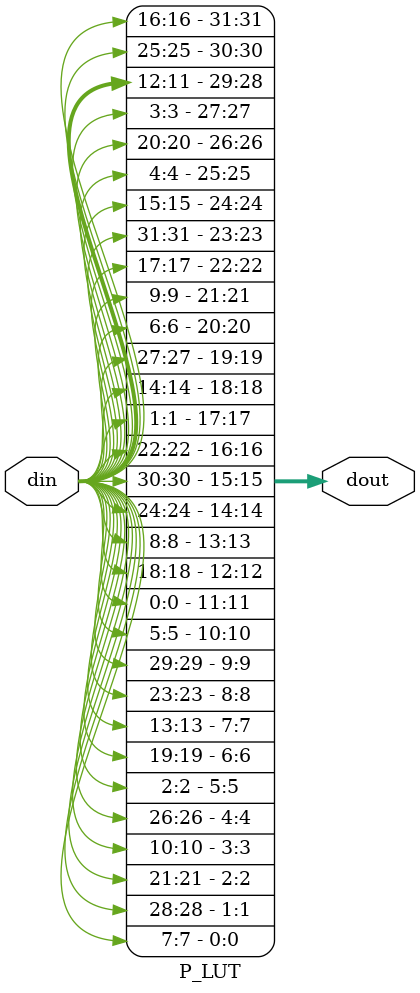
<source format=v>
module P_LUT (
    input [31:0] din,
    output [31:0] dout
);
assign dout[31] = din[16];
assign dout[30] = din[25];
assign dout[29] = din[12];
assign dout[28] = din[11];
assign dout[27] = din[3];
assign dout[26] = din[20];
assign dout[25] = din[4];
assign dout[24] = din[15];
assign dout[23] = din[31];
assign dout[22] = din[17];
assign dout[21] = din[9];
assign dout[20] = din[6];
assign dout[19] = din[27];
assign dout[18] = din[14];
assign dout[17] = din[1];
assign dout[16] = din[22];
assign dout[15] = din[30];
assign dout[14] = din[24];
assign dout[13] = din[8];
assign dout[12] = din[18];
assign dout[11] = din[0];
assign dout[10] = din[5];
assign dout [9] = din[29];
assign dout [8] = din[23];
assign dout [7] = din[13];
assign dout [6] = din[19];
assign dout [5] = din[2];
assign dout [4] = din[26];
assign dout [3] = din[10];
assign dout [2] = din[21];
assign dout [1] = din[28];
assign dout [0] = din[7];
endmodule
</source>
